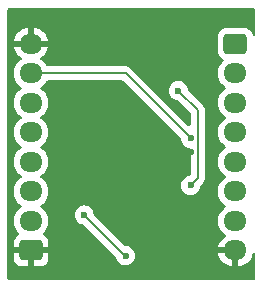
<source format=gbr>
%TF.GenerationSoftware,KiCad,Pcbnew,8.0.2-8.0.2-0~ubuntu22.04.1*%
%TF.CreationDate,2024-06-01T15:22:32+09:00*%
%TF.ProjectId,TB6612,54423636-3132-42e6-9b69-6361645f7063,rev?*%
%TF.SameCoordinates,Original*%
%TF.FileFunction,Copper,L2,Bot*%
%TF.FilePolarity,Positive*%
%FSLAX46Y46*%
G04 Gerber Fmt 4.6, Leading zero omitted, Abs format (unit mm)*
G04 Created by KiCad (PCBNEW 8.0.2-8.0.2-0~ubuntu22.04.1) date 2024-06-01 15:22:32*
%MOMM*%
%LPD*%
G01*
G04 APERTURE LIST*
G04 Aperture macros list*
%AMRoundRect*
0 Rectangle with rounded corners*
0 $1 Rounding radius*
0 $2 $3 $4 $5 $6 $7 $8 $9 X,Y pos of 4 corners*
0 Add a 4 corners polygon primitive as box body*
4,1,4,$2,$3,$4,$5,$6,$7,$8,$9,$2,$3,0*
0 Add four circle primitives for the rounded corners*
1,1,$1+$1,$2,$3*
1,1,$1+$1,$4,$5*
1,1,$1+$1,$6,$7*
1,1,$1+$1,$8,$9*
0 Add four rect primitives between the rounded corners*
20,1,$1+$1,$2,$3,$4,$5,0*
20,1,$1+$1,$4,$5,$6,$7,0*
20,1,$1+$1,$6,$7,$8,$9,0*
20,1,$1+$1,$8,$9,$2,$3,0*%
G04 Aperture macros list end*
%TA.AperFunction,ComponentPad*%
%ADD10RoundRect,0.250000X-0.725000X0.600000X-0.725000X-0.600000X0.725000X-0.600000X0.725000X0.600000X0*%
%TD*%
%TA.AperFunction,ComponentPad*%
%ADD11O,1.950000X1.700000*%
%TD*%
%TA.AperFunction,ComponentPad*%
%ADD12RoundRect,0.250000X0.725000X-0.600000X0.725000X0.600000X-0.725000X0.600000X-0.725000X-0.600000X0*%
%TD*%
%TA.AperFunction,ViaPad*%
%ADD13C,0.600000*%
%TD*%
%TA.AperFunction,Conductor*%
%ADD14C,0.200000*%
%TD*%
G04 APERTURE END LIST*
D10*
%TO.P,J2,1,Pin_1*%
%TO.N,Net-(J2-Pin_1)*%
X151800000Y-84000000D03*
D11*
%TO.P,J2,2,Pin_2*%
%TO.N,Net-(J2-Pin_2)*%
X151800000Y-86500000D03*
%TO.P,J2,3,Pin_3*%
%TO.N,Net-(J2-Pin_3)*%
X151800000Y-89000000D03*
%TO.P,J2,4,Pin_4*%
%TO.N,Net-(J2-Pin_4)*%
X151800000Y-91500000D03*
%TO.P,J2,5,Pin_5*%
%TO.N,Net-(J2-Pin_5)*%
X151800000Y-94000000D03*
%TO.P,J2,6,Pin_6*%
%TO.N,Net-(J2-Pin_6)*%
X151800000Y-96500000D03*
%TO.P,J2,7,Pin_7*%
%TO.N,Net-(J2-Pin_7)*%
X151800000Y-99000000D03*
%TO.P,J2,8,Pin_8*%
%TO.N,8*%
X151800000Y-101500000D03*
%TD*%
%TO.P,J1,8,Pin_8*%
%TO.N,8*%
X134500000Y-84000000D03*
%TO.P,J1,7,Pin_7*%
%TO.N,VCC*%
X134500000Y-86500000D03*
%TO.P,J1,6,Pin_6*%
%TO.N,Net-(J1-Pin_6)*%
X134500000Y-89000000D03*
%TO.P,J1,5,Pin_5*%
%TO.N,Net-(J1-Pin_5)*%
X134500000Y-91500000D03*
%TO.P,J1,4,Pin_4*%
%TO.N,Net-(J1-Pin_4)*%
X134500000Y-94000000D03*
%TO.P,J1,3,Pin_3*%
%TO.N,Net-(J1-Pin_3)*%
X134500000Y-96500000D03*
%TO.P,J1,2,Pin_2*%
%TO.N,VM*%
X134500000Y-99000000D03*
D12*
%TO.P,J1,1,Pin_1*%
%TO.N,8*%
X134500000Y-101500000D03*
%TD*%
D13*
%TO.N,8*%
X138500000Y-90500000D03*
X140000000Y-87500000D03*
X138500000Y-95000000D03*
X148000000Y-93205000D03*
%TO.N,VM*%
X146975735Y-87975735D03*
X148000000Y-96000000D03*
%TO.N,Net-(D1-A)*%
X142500000Y-101950000D03*
X139000000Y-98500000D03*
%TO.N,VCC*%
X148000000Y-92000000D03*
%TD*%
D14*
%TO.N,8*%
X138500000Y-95000000D02*
X138500000Y-90500000D01*
X138500000Y-90500000D02*
X138500000Y-89000000D01*
X138500000Y-89000000D02*
X140000000Y-87500000D01*
X146205000Y-95000000D02*
X138500000Y-95000000D01*
X148000000Y-93205000D02*
X146205000Y-95000000D01*
%TO.N,VM*%
X148600000Y-89600000D02*
X146975735Y-87975735D01*
X148600000Y-95400000D02*
X148600000Y-89600000D01*
X148000000Y-96000000D02*
X148600000Y-95400000D01*
%TO.N,Net-(D1-A)*%
X142450000Y-101950000D02*
X142500000Y-101950000D01*
X139000000Y-98500000D02*
X142450000Y-101950000D01*
%TO.N,VCC*%
X148000000Y-92000000D02*
X142500000Y-86500000D01*
X142500000Y-86500000D02*
X134500000Y-86500000D01*
%TD*%
%TA.AperFunction,Conductor*%
%TO.N,8*%
G36*
X153442539Y-81020185D02*
G01*
X153488294Y-81072989D01*
X153499500Y-81124500D01*
X153499500Y-83186455D01*
X153479815Y-83253494D01*
X153427011Y-83299249D01*
X153357853Y-83309193D01*
X153294297Y-83280168D01*
X153257794Y-83225459D01*
X153223025Y-83120535D01*
X153209814Y-83080666D01*
X153117712Y-82931344D01*
X152993656Y-82807288D01*
X152844334Y-82715186D01*
X152677797Y-82660001D01*
X152677795Y-82660000D01*
X152575010Y-82649500D01*
X151024998Y-82649500D01*
X151024981Y-82649501D01*
X150922203Y-82660000D01*
X150922200Y-82660001D01*
X150755668Y-82715185D01*
X150755663Y-82715187D01*
X150606342Y-82807289D01*
X150482289Y-82931342D01*
X150390187Y-83080663D01*
X150390186Y-83080666D01*
X150335001Y-83247203D01*
X150335001Y-83247204D01*
X150335000Y-83247204D01*
X150324500Y-83349983D01*
X150324500Y-84650001D01*
X150324501Y-84650018D01*
X150335000Y-84752796D01*
X150335001Y-84752799D01*
X150390185Y-84919331D01*
X150390187Y-84919336D01*
X150482289Y-85068657D01*
X150606344Y-85192712D01*
X150761120Y-85288178D01*
X150807845Y-85340126D01*
X150819068Y-85409088D01*
X150791224Y-85473171D01*
X150783706Y-85481398D01*
X150644889Y-85620215D01*
X150519951Y-85792179D01*
X150423444Y-85981585D01*
X150357753Y-86183760D01*
X150324500Y-86393713D01*
X150324500Y-86606286D01*
X150357753Y-86816239D01*
X150423444Y-87018414D01*
X150519951Y-87207820D01*
X150644890Y-87379786D01*
X150795209Y-87530105D01*
X150795214Y-87530109D01*
X150959793Y-87649682D01*
X151002459Y-87705011D01*
X151008438Y-87774625D01*
X150975833Y-87836420D01*
X150959793Y-87850318D01*
X150795214Y-87969890D01*
X150795209Y-87969894D01*
X150644890Y-88120213D01*
X150519951Y-88292179D01*
X150423444Y-88481585D01*
X150357753Y-88683760D01*
X150330606Y-88855164D01*
X150324500Y-88893713D01*
X150324500Y-89106287D01*
X150357754Y-89316243D01*
X150374640Y-89368214D01*
X150423444Y-89518414D01*
X150519951Y-89707820D01*
X150644890Y-89879786D01*
X150795209Y-90030105D01*
X150795214Y-90030109D01*
X150959793Y-90149682D01*
X151002459Y-90205011D01*
X151008438Y-90274625D01*
X150975833Y-90336420D01*
X150959793Y-90350318D01*
X150795214Y-90469890D01*
X150795209Y-90469894D01*
X150644890Y-90620213D01*
X150519951Y-90792179D01*
X150423444Y-90981585D01*
X150357753Y-91183760D01*
X150324500Y-91393713D01*
X150324500Y-91606286D01*
X150357753Y-91816239D01*
X150423444Y-92018414D01*
X150519951Y-92207820D01*
X150644890Y-92379786D01*
X150795209Y-92530105D01*
X150795214Y-92530109D01*
X150959793Y-92649682D01*
X151002459Y-92705011D01*
X151008438Y-92774625D01*
X150975833Y-92836420D01*
X150959793Y-92850318D01*
X150795214Y-92969890D01*
X150795209Y-92969894D01*
X150644890Y-93120213D01*
X150519951Y-93292179D01*
X150423444Y-93481585D01*
X150357753Y-93683760D01*
X150324500Y-93893713D01*
X150324500Y-94106286D01*
X150357753Y-94316239D01*
X150423444Y-94518414D01*
X150519951Y-94707820D01*
X150644890Y-94879786D01*
X150795209Y-95030105D01*
X150795214Y-95030109D01*
X150959793Y-95149682D01*
X151002459Y-95205011D01*
X151008438Y-95274625D01*
X150975833Y-95336420D01*
X150959793Y-95350318D01*
X150795214Y-95469890D01*
X150795209Y-95469894D01*
X150644890Y-95620213D01*
X150519951Y-95792179D01*
X150423444Y-95981585D01*
X150357753Y-96183760D01*
X150331499Y-96349521D01*
X150324500Y-96393713D01*
X150324500Y-96606287D01*
X150328227Y-96629816D01*
X150357753Y-96816239D01*
X150423444Y-97018414D01*
X150519951Y-97207820D01*
X150644890Y-97379786D01*
X150795209Y-97530105D01*
X150795214Y-97530109D01*
X150959793Y-97649682D01*
X151002459Y-97705011D01*
X151008438Y-97774625D01*
X150975833Y-97836420D01*
X150959793Y-97850318D01*
X150795214Y-97969890D01*
X150795209Y-97969894D01*
X150644890Y-98120213D01*
X150519951Y-98292179D01*
X150423444Y-98481585D01*
X150357753Y-98683760D01*
X150331499Y-98849522D01*
X150324500Y-98893713D01*
X150324500Y-99106287D01*
X150328227Y-99129816D01*
X150354414Y-99295160D01*
X150357754Y-99316243D01*
X150362451Y-99330700D01*
X150423444Y-99518414D01*
X150519951Y-99707820D01*
X150644890Y-99879786D01*
X150795209Y-100030105D01*
X150795214Y-100030109D01*
X150960218Y-100149991D01*
X151002884Y-100205320D01*
X151008863Y-100274934D01*
X150976258Y-100336729D01*
X150960218Y-100350627D01*
X150795540Y-100470272D01*
X150795535Y-100470276D01*
X150645276Y-100620535D01*
X150645272Y-100620540D01*
X150520379Y-100792442D01*
X150423904Y-100981782D01*
X150358242Y-101183870D01*
X150358242Y-101183873D01*
X150347769Y-101250000D01*
X151395854Y-101250000D01*
X151357370Y-101316657D01*
X151325000Y-101437465D01*
X151325000Y-101562535D01*
X151357370Y-101683343D01*
X151395854Y-101750000D01*
X150347769Y-101750000D01*
X150358242Y-101816126D01*
X150358242Y-101816129D01*
X150423904Y-102018217D01*
X150520379Y-102207557D01*
X150645272Y-102379459D01*
X150645276Y-102379464D01*
X150795535Y-102529723D01*
X150795540Y-102529727D01*
X150967442Y-102654620D01*
X151156782Y-102751095D01*
X151358872Y-102816757D01*
X151550000Y-102847029D01*
X151550000Y-101904145D01*
X151616657Y-101942630D01*
X151737465Y-101975000D01*
X151862535Y-101975000D01*
X151983343Y-101942630D01*
X152050000Y-101904145D01*
X152050000Y-102847028D01*
X152241127Y-102816757D01*
X152443217Y-102751095D01*
X152632557Y-102654620D01*
X152804459Y-102529727D01*
X152804464Y-102529723D01*
X152954723Y-102379464D01*
X152954727Y-102379459D01*
X153079620Y-102207557D01*
X153176095Y-102018217D01*
X153241757Y-101816130D01*
X153241757Y-101816127D01*
X153253027Y-101744977D01*
X153282956Y-101681842D01*
X153342268Y-101644911D01*
X153412130Y-101645909D01*
X153470363Y-101684519D01*
X153498477Y-101748482D01*
X153499500Y-101764375D01*
X153499500Y-103875500D01*
X153479815Y-103942539D01*
X153427011Y-103988294D01*
X153375500Y-103999500D01*
X132624500Y-103999500D01*
X132557461Y-103979815D01*
X132511706Y-103927011D01*
X132500500Y-103875500D01*
X132500500Y-86393713D01*
X133024500Y-86393713D01*
X133024500Y-86606286D01*
X133057753Y-86816239D01*
X133123444Y-87018414D01*
X133219951Y-87207820D01*
X133344890Y-87379786D01*
X133495209Y-87530105D01*
X133495214Y-87530109D01*
X133659793Y-87649682D01*
X133702459Y-87705011D01*
X133708438Y-87774625D01*
X133675833Y-87836420D01*
X133659793Y-87850318D01*
X133495214Y-87969890D01*
X133495209Y-87969894D01*
X133344890Y-88120213D01*
X133219951Y-88292179D01*
X133123444Y-88481585D01*
X133057753Y-88683760D01*
X133030606Y-88855164D01*
X133024500Y-88893713D01*
X133024500Y-89106287D01*
X133057754Y-89316243D01*
X133074640Y-89368214D01*
X133123444Y-89518414D01*
X133219951Y-89707820D01*
X133344890Y-89879786D01*
X133495209Y-90030105D01*
X133495214Y-90030109D01*
X133659793Y-90149682D01*
X133702459Y-90205011D01*
X133708438Y-90274625D01*
X133675833Y-90336420D01*
X133659793Y-90350318D01*
X133495214Y-90469890D01*
X133495209Y-90469894D01*
X133344890Y-90620213D01*
X133219951Y-90792179D01*
X133123444Y-90981585D01*
X133057753Y-91183760D01*
X133024500Y-91393713D01*
X133024500Y-91606286D01*
X133057753Y-91816239D01*
X133123444Y-92018414D01*
X133219951Y-92207820D01*
X133344890Y-92379786D01*
X133495209Y-92530105D01*
X133495214Y-92530109D01*
X133659793Y-92649682D01*
X133702459Y-92705011D01*
X133708438Y-92774625D01*
X133675833Y-92836420D01*
X133659793Y-92850318D01*
X133495214Y-92969890D01*
X133495209Y-92969894D01*
X133344890Y-93120213D01*
X133219951Y-93292179D01*
X133123444Y-93481585D01*
X133057753Y-93683760D01*
X133024500Y-93893713D01*
X133024500Y-94106286D01*
X133057753Y-94316239D01*
X133123444Y-94518414D01*
X133219951Y-94707820D01*
X133344890Y-94879786D01*
X133495209Y-95030105D01*
X133495214Y-95030109D01*
X133659793Y-95149682D01*
X133702459Y-95205011D01*
X133708438Y-95274625D01*
X133675833Y-95336420D01*
X133659793Y-95350318D01*
X133495214Y-95469890D01*
X133495209Y-95469894D01*
X133344890Y-95620213D01*
X133219951Y-95792179D01*
X133123444Y-95981585D01*
X133057753Y-96183760D01*
X133031499Y-96349521D01*
X133024500Y-96393713D01*
X133024500Y-96606287D01*
X133028227Y-96629816D01*
X133057753Y-96816239D01*
X133123444Y-97018414D01*
X133219951Y-97207820D01*
X133344890Y-97379786D01*
X133495209Y-97530105D01*
X133495214Y-97530109D01*
X133659793Y-97649682D01*
X133702459Y-97705011D01*
X133708438Y-97774625D01*
X133675833Y-97836420D01*
X133659793Y-97850318D01*
X133495214Y-97969890D01*
X133495209Y-97969894D01*
X133344890Y-98120213D01*
X133219951Y-98292179D01*
X133123444Y-98481585D01*
X133057753Y-98683760D01*
X133031499Y-98849522D01*
X133024500Y-98893713D01*
X133024500Y-99106287D01*
X133028227Y-99129816D01*
X133054414Y-99295160D01*
X133057754Y-99316243D01*
X133062451Y-99330700D01*
X133123444Y-99518414D01*
X133219951Y-99707820D01*
X133344890Y-99879786D01*
X133484068Y-100018964D01*
X133517553Y-100080287D01*
X133512569Y-100149979D01*
X133470697Y-100205912D01*
X133461484Y-100212183D01*
X133306659Y-100307680D01*
X133306655Y-100307683D01*
X133182684Y-100431654D01*
X133090643Y-100580875D01*
X133090641Y-100580880D01*
X133035494Y-100747302D01*
X133035493Y-100747309D01*
X133025000Y-100850013D01*
X133025000Y-101250000D01*
X134095854Y-101250000D01*
X134057370Y-101316657D01*
X134025000Y-101437465D01*
X134025000Y-101562535D01*
X134057370Y-101683343D01*
X134095854Y-101750000D01*
X133025001Y-101750000D01*
X133025001Y-102149986D01*
X133035494Y-102252697D01*
X133090641Y-102419119D01*
X133090643Y-102419124D01*
X133182684Y-102568345D01*
X133306654Y-102692315D01*
X133455875Y-102784356D01*
X133455880Y-102784358D01*
X133622302Y-102839505D01*
X133622309Y-102839506D01*
X133725019Y-102849999D01*
X134249999Y-102849999D01*
X134250000Y-102849998D01*
X134250000Y-101904145D01*
X134316657Y-101942630D01*
X134437465Y-101975000D01*
X134562535Y-101975000D01*
X134683343Y-101942630D01*
X134750000Y-101904145D01*
X134750000Y-102849999D01*
X135274972Y-102849999D01*
X135274986Y-102849998D01*
X135377697Y-102839505D01*
X135544119Y-102784358D01*
X135544124Y-102784356D01*
X135693345Y-102692315D01*
X135817315Y-102568345D01*
X135909356Y-102419124D01*
X135909358Y-102419119D01*
X135964505Y-102252697D01*
X135964506Y-102252690D01*
X135974999Y-102149986D01*
X135975000Y-102149973D01*
X135975000Y-101750000D01*
X134904146Y-101750000D01*
X134942630Y-101683343D01*
X134975000Y-101562535D01*
X134975000Y-101437465D01*
X134942630Y-101316657D01*
X134904146Y-101250000D01*
X135974999Y-101250000D01*
X135974999Y-100850028D01*
X135974998Y-100850013D01*
X135964505Y-100747302D01*
X135909358Y-100580880D01*
X135909356Y-100580875D01*
X135817315Y-100431654D01*
X135693345Y-100307684D01*
X135538515Y-100212184D01*
X135491791Y-100160236D01*
X135480568Y-100091273D01*
X135508412Y-100027191D01*
X135515909Y-100018986D01*
X135655104Y-99879792D01*
X135780051Y-99707816D01*
X135876557Y-99518412D01*
X135942246Y-99316243D01*
X135975500Y-99106287D01*
X135975500Y-98893713D01*
X135942246Y-98683757D01*
X135882538Y-98499996D01*
X138194435Y-98499996D01*
X138194435Y-98500003D01*
X138214630Y-98679249D01*
X138214631Y-98679254D01*
X138274211Y-98849523D01*
X138277756Y-98855164D01*
X138370184Y-99002262D01*
X138497738Y-99129816D01*
X138650478Y-99225789D01*
X138820745Y-99285368D01*
X138907669Y-99295161D01*
X138972080Y-99322226D01*
X138981465Y-99330700D01*
X141675647Y-102024883D01*
X141709132Y-102086206D01*
X141711186Y-102098679D01*
X141714630Y-102129249D01*
X141774210Y-102299521D01*
X141824439Y-102379459D01*
X141870184Y-102452262D01*
X141997738Y-102579816D01*
X142150478Y-102675789D01*
X142197707Y-102692315D01*
X142320745Y-102735368D01*
X142320750Y-102735369D01*
X142499996Y-102755565D01*
X142500000Y-102755565D01*
X142500004Y-102755565D01*
X142679249Y-102735369D01*
X142679252Y-102735368D01*
X142679255Y-102735368D01*
X142849522Y-102675789D01*
X143002262Y-102579816D01*
X143129816Y-102452262D01*
X143225789Y-102299522D01*
X143285368Y-102129255D01*
X143288813Y-102098679D01*
X143305565Y-101950003D01*
X143305565Y-101949996D01*
X143285369Y-101770750D01*
X143285368Y-101770745D01*
X143225788Y-101600476D01*
X143129815Y-101447737D01*
X143002262Y-101320184D01*
X142849523Y-101224211D01*
X142679254Y-101164631D01*
X142679249Y-101164630D01*
X142535984Y-101148489D01*
X142471570Y-101121423D01*
X142462186Y-101112950D01*
X139830700Y-98481465D01*
X139797215Y-98420142D01*
X139795163Y-98407686D01*
X139785368Y-98320745D01*
X139725789Y-98150478D01*
X139629816Y-97997738D01*
X139502262Y-97870184D01*
X139470647Y-97850319D01*
X139349523Y-97774211D01*
X139179254Y-97714631D01*
X139179249Y-97714630D01*
X139000004Y-97694435D01*
X138999996Y-97694435D01*
X138820750Y-97714630D01*
X138820745Y-97714631D01*
X138650476Y-97774211D01*
X138497737Y-97870184D01*
X138370184Y-97997737D01*
X138274211Y-98150476D01*
X138214631Y-98320745D01*
X138214630Y-98320750D01*
X138194435Y-98499996D01*
X135882538Y-98499996D01*
X135876557Y-98481588D01*
X135780051Y-98292184D01*
X135780049Y-98292181D01*
X135780048Y-98292179D01*
X135655109Y-98120213D01*
X135504792Y-97969896D01*
X135504784Y-97969890D01*
X135340204Y-97850316D01*
X135297540Y-97794989D01*
X135291561Y-97725376D01*
X135324166Y-97663580D01*
X135340199Y-97649686D01*
X135504792Y-97530104D01*
X135655104Y-97379792D01*
X135655106Y-97379788D01*
X135655109Y-97379786D01*
X135780048Y-97207820D01*
X135780047Y-97207820D01*
X135780051Y-97207816D01*
X135876557Y-97018412D01*
X135942246Y-96816243D01*
X135975500Y-96606287D01*
X135975500Y-96393713D01*
X135942246Y-96183757D01*
X135876557Y-95981588D01*
X135780051Y-95792184D01*
X135780049Y-95792181D01*
X135780048Y-95792179D01*
X135655109Y-95620213D01*
X135504792Y-95469896D01*
X135504784Y-95469890D01*
X135340204Y-95350316D01*
X135297540Y-95294989D01*
X135291561Y-95225376D01*
X135324166Y-95163580D01*
X135340199Y-95149686D01*
X135504792Y-95030104D01*
X135655104Y-94879792D01*
X135655106Y-94879788D01*
X135655109Y-94879786D01*
X135780048Y-94707820D01*
X135780047Y-94707820D01*
X135780051Y-94707816D01*
X135876557Y-94518412D01*
X135942246Y-94316243D01*
X135975500Y-94106287D01*
X135975500Y-93893713D01*
X135942246Y-93683757D01*
X135876557Y-93481588D01*
X135780051Y-93292184D01*
X135780049Y-93292181D01*
X135780048Y-93292179D01*
X135655109Y-93120213D01*
X135504792Y-92969896D01*
X135504784Y-92969890D01*
X135340204Y-92850316D01*
X135297540Y-92794989D01*
X135291561Y-92725376D01*
X135324166Y-92663580D01*
X135340199Y-92649686D01*
X135504792Y-92530104D01*
X135655104Y-92379792D01*
X135655106Y-92379788D01*
X135655109Y-92379786D01*
X135780048Y-92207820D01*
X135780047Y-92207820D01*
X135780051Y-92207816D01*
X135876557Y-92018412D01*
X135942246Y-91816243D01*
X135975500Y-91606287D01*
X135975500Y-91393713D01*
X135942246Y-91183757D01*
X135876557Y-90981588D01*
X135780051Y-90792184D01*
X135780049Y-90792181D01*
X135780048Y-90792179D01*
X135655109Y-90620213D01*
X135504792Y-90469896D01*
X135504784Y-90469890D01*
X135340204Y-90350316D01*
X135297540Y-90294989D01*
X135291561Y-90225376D01*
X135324166Y-90163580D01*
X135340199Y-90149686D01*
X135504792Y-90030104D01*
X135655104Y-89879792D01*
X135655106Y-89879788D01*
X135655109Y-89879786D01*
X135780048Y-89707820D01*
X135780047Y-89707820D01*
X135780051Y-89707816D01*
X135876557Y-89518412D01*
X135942246Y-89316243D01*
X135975500Y-89106287D01*
X135975500Y-88893713D01*
X135942246Y-88683757D01*
X135876557Y-88481588D01*
X135780051Y-88292184D01*
X135780049Y-88292181D01*
X135780048Y-88292179D01*
X135655109Y-88120213D01*
X135504792Y-87969896D01*
X135445088Y-87926519D01*
X135340204Y-87850316D01*
X135297540Y-87794989D01*
X135291561Y-87725376D01*
X135324166Y-87663580D01*
X135340199Y-87649686D01*
X135504792Y-87530104D01*
X135655104Y-87379792D01*
X135655106Y-87379788D01*
X135655109Y-87379786D01*
X135749442Y-87249946D01*
X135780051Y-87207816D01*
X135788942Y-87190367D01*
X135800235Y-87168205D01*
X135848209Y-87117409D01*
X135910719Y-87100500D01*
X142199903Y-87100500D01*
X142266942Y-87120185D01*
X142287584Y-87136819D01*
X147169298Y-92018534D01*
X147202783Y-92079857D01*
X147204837Y-92092331D01*
X147214630Y-92179249D01*
X147274210Y-92349521D01*
X147274211Y-92349522D01*
X147370184Y-92502262D01*
X147497738Y-92629816D01*
X147551473Y-92663580D01*
X147649820Y-92725376D01*
X147650478Y-92725789D01*
X147820745Y-92785368D01*
X147889384Y-92793101D01*
X147953796Y-92820166D01*
X147993352Y-92877760D01*
X147999500Y-92916321D01*
X147999500Y-95083677D01*
X147979815Y-95150716D01*
X147927011Y-95196471D01*
X147889384Y-95206897D01*
X147820750Y-95214630D01*
X147650478Y-95274210D01*
X147497737Y-95370184D01*
X147370184Y-95497737D01*
X147274211Y-95650476D01*
X147214631Y-95820745D01*
X147214630Y-95820750D01*
X147194435Y-95999996D01*
X147194435Y-96000003D01*
X147214630Y-96179249D01*
X147214631Y-96179254D01*
X147274211Y-96349523D01*
X147277756Y-96355164D01*
X147370184Y-96502262D01*
X147497738Y-96629816D01*
X147650478Y-96725789D01*
X147769890Y-96767573D01*
X147820745Y-96785368D01*
X147820750Y-96785369D01*
X147999996Y-96805565D01*
X148000000Y-96805565D01*
X148000004Y-96805565D01*
X148179249Y-96785369D01*
X148179252Y-96785368D01*
X148179255Y-96785368D01*
X148349522Y-96725789D01*
X148502262Y-96629816D01*
X148629816Y-96502262D01*
X148725789Y-96349522D01*
X148785368Y-96179255D01*
X148795161Y-96092329D01*
X148822226Y-96027918D01*
X148830690Y-96018543D01*
X148958506Y-95890728D01*
X148958511Y-95890724D01*
X148968714Y-95880520D01*
X148968716Y-95880520D01*
X149080520Y-95768716D01*
X149148784Y-95650478D01*
X149159577Y-95631785D01*
X149200500Y-95479057D01*
X149200500Y-95320943D01*
X149200500Y-89689060D01*
X149200501Y-89689047D01*
X149200501Y-89520944D01*
X149159576Y-89368214D01*
X149159573Y-89368209D01*
X149080524Y-89231290D01*
X149080518Y-89231282D01*
X147806435Y-87957200D01*
X147772950Y-87895877D01*
X147770898Y-87883421D01*
X147761103Y-87796480D01*
X147701524Y-87626213D01*
X147605551Y-87473473D01*
X147477997Y-87345919D01*
X147325258Y-87249946D01*
X147154989Y-87190366D01*
X147154984Y-87190365D01*
X146975739Y-87170170D01*
X146975731Y-87170170D01*
X146796485Y-87190365D01*
X146796480Y-87190366D01*
X146626211Y-87249946D01*
X146473472Y-87345919D01*
X146345919Y-87473472D01*
X146249946Y-87626211D01*
X146190366Y-87796480D01*
X146190365Y-87796485D01*
X146170170Y-87975731D01*
X146170170Y-87975738D01*
X146190365Y-88154984D01*
X146190366Y-88154989D01*
X146249946Y-88325258D01*
X146345919Y-88477997D01*
X146473473Y-88605551D01*
X146626213Y-88701524D01*
X146796480Y-88761103D01*
X146883404Y-88770896D01*
X146947815Y-88797961D01*
X146957200Y-88806435D01*
X147963181Y-89812416D01*
X147996666Y-89873739D01*
X147999500Y-89900097D01*
X147999500Y-90850902D01*
X147979815Y-90917941D01*
X147927011Y-90963696D01*
X147857853Y-90973640D01*
X147794297Y-90944615D01*
X147787819Y-90938583D01*
X142987590Y-86138355D01*
X142987588Y-86138352D01*
X142868717Y-86019481D01*
X142868716Y-86019480D01*
X142781904Y-85969360D01*
X142781904Y-85969359D01*
X142781900Y-85969358D01*
X142731785Y-85940423D01*
X142579057Y-85899499D01*
X142420943Y-85899499D01*
X142413347Y-85899499D01*
X142413331Y-85899500D01*
X135910719Y-85899500D01*
X135843680Y-85879815D01*
X135800235Y-85831795D01*
X135780052Y-85792185D01*
X135780051Y-85792184D01*
X135655109Y-85620213D01*
X135504790Y-85469894D01*
X135504785Y-85469890D01*
X135339781Y-85350008D01*
X135297115Y-85294678D01*
X135291136Y-85225065D01*
X135323741Y-85163270D01*
X135339781Y-85149371D01*
X135504466Y-85029721D01*
X135654723Y-84879464D01*
X135654727Y-84879459D01*
X135779620Y-84707557D01*
X135876095Y-84518217D01*
X135941757Y-84316129D01*
X135941757Y-84316126D01*
X135952231Y-84250000D01*
X134904146Y-84250000D01*
X134942630Y-84183343D01*
X134975000Y-84062535D01*
X134975000Y-83937465D01*
X134942630Y-83816657D01*
X134904146Y-83750000D01*
X135952231Y-83750000D01*
X135941757Y-83683873D01*
X135941757Y-83683870D01*
X135876095Y-83481782D01*
X135779620Y-83292442D01*
X135654727Y-83120540D01*
X135654723Y-83120535D01*
X135504464Y-82970276D01*
X135504459Y-82970272D01*
X135332557Y-82845379D01*
X135143217Y-82748904D01*
X134941128Y-82683242D01*
X134750000Y-82652969D01*
X134750000Y-83595854D01*
X134683343Y-83557370D01*
X134562535Y-83525000D01*
X134437465Y-83525000D01*
X134316657Y-83557370D01*
X134250000Y-83595854D01*
X134250000Y-82652969D01*
X134058872Y-82683242D01*
X134058869Y-82683242D01*
X133856782Y-82748904D01*
X133667442Y-82845379D01*
X133495540Y-82970272D01*
X133495535Y-82970276D01*
X133345276Y-83120535D01*
X133345272Y-83120540D01*
X133220379Y-83292442D01*
X133123904Y-83481782D01*
X133058242Y-83683870D01*
X133058242Y-83683873D01*
X133047769Y-83750000D01*
X134095854Y-83750000D01*
X134057370Y-83816657D01*
X134025000Y-83937465D01*
X134025000Y-84062535D01*
X134057370Y-84183343D01*
X134095854Y-84250000D01*
X133047769Y-84250000D01*
X133058242Y-84316126D01*
X133058242Y-84316129D01*
X133123904Y-84518217D01*
X133220379Y-84707557D01*
X133345272Y-84879459D01*
X133345276Y-84879464D01*
X133495535Y-85029723D01*
X133495540Y-85029727D01*
X133660218Y-85149372D01*
X133702884Y-85204701D01*
X133708863Y-85274315D01*
X133676258Y-85336110D01*
X133660218Y-85350008D01*
X133495214Y-85469890D01*
X133495209Y-85469894D01*
X133344890Y-85620213D01*
X133219951Y-85792179D01*
X133123444Y-85981585D01*
X133057753Y-86183760D01*
X133024500Y-86393713D01*
X132500500Y-86393713D01*
X132500500Y-81124500D01*
X132520185Y-81057461D01*
X132572989Y-81011706D01*
X132624500Y-81000500D01*
X153375500Y-81000500D01*
X153442539Y-81020185D01*
G37*
%TD.AperFunction*%
%TD*%
M02*

</source>
